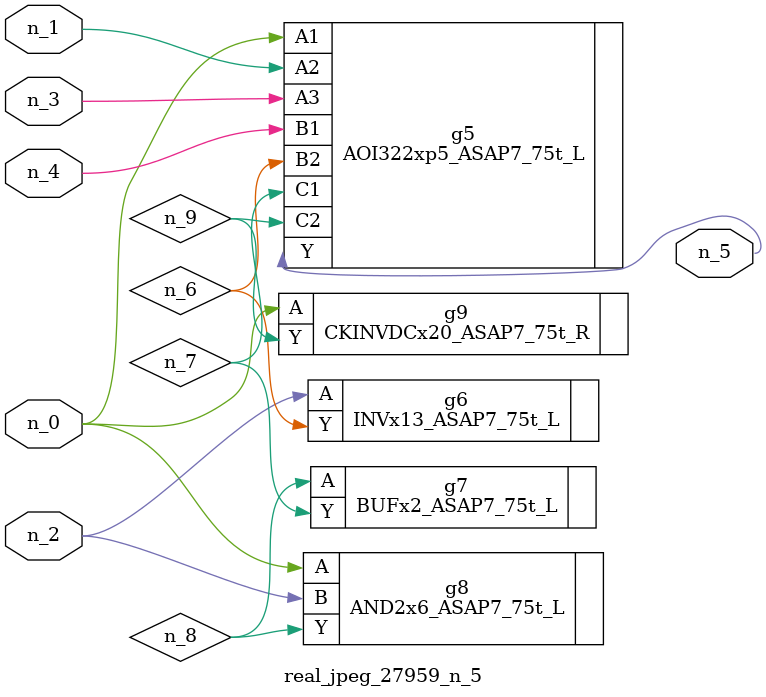
<source format=v>
module real_jpeg_27959_n_5 (n_4, n_0, n_1, n_2, n_3, n_5);

input n_4;
input n_0;
input n_1;
input n_2;
input n_3;

output n_5;

wire n_8;
wire n_6;
wire n_7;
wire n_9;

AOI322xp5_ASAP7_75t_L g5 ( 
.A1(n_0),
.A2(n_1),
.A3(n_3),
.B1(n_4),
.B2(n_6),
.C1(n_7),
.C2(n_9),
.Y(n_5)
);

AND2x6_ASAP7_75t_L g8 ( 
.A(n_0),
.B(n_2),
.Y(n_8)
);

CKINVDCx20_ASAP7_75t_R g9 ( 
.A(n_0),
.Y(n_9)
);

INVx13_ASAP7_75t_L g6 ( 
.A(n_2),
.Y(n_6)
);

BUFx2_ASAP7_75t_L g7 ( 
.A(n_8),
.Y(n_7)
);


endmodule
</source>
